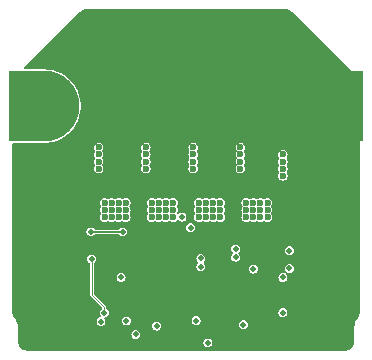
<source format=gbr>
%TF.GenerationSoftware,KiCad,Pcbnew,7.0.8-7.0.8~ubuntu22.04.1*%
%TF.CreationDate,2023-11-12T23:56:43-08:00*%
%TF.ProjectId,driver-tmc2160,64726976-6572-42d7-946d-63323136302e,rev?*%
%TF.SameCoordinates,Original*%
%TF.FileFunction,Copper,L2,Inr*%
%TF.FilePolarity,Positive*%
%FSLAX46Y46*%
G04 Gerber Fmt 4.6, Leading zero omitted, Abs format (unit mm)*
G04 Created by KiCad (PCBNEW 7.0.8-7.0.8~ubuntu22.04.1) date 2023-11-12 23:56:43*
%MOMM*%
%LPD*%
G01*
G04 APERTURE LIST*
G04 Aperture macros list*
%AMFreePoly0*
4,1,31,3.000000,0.000000,2.979715,-0.348279,2.919135,-0.691848,2.819078,-1.026060,2.680898,-1.346398,2.506463,-1.648527,2.298133,-1.928363,2.058725,-2.182121,1.791476,-2.406370,1.500000,-2.598076,1.188239,-2.754648,0.860410,-2.873969,0.520945,-2.954423,0.174434,-2.994924,-0.174434,-2.994924,-0.520945,-2.954423,-0.860410,-2.873969,-1.188239,-2.754648,-1.500000,-2.598076,-1.791476,-2.406370,
-2.058725,-2.182121,-2.298133,-1.928363,-2.506463,-1.648527,-2.680898,-1.346398,-2.819078,-1.026060,-2.919135,-0.691848,-2.979715,-0.348279,-3.000000,0.000000,-3.000000,3.000000,3.000000,3.000000,3.000000,0.000000,3.000000,0.000000,$1*%
G04 Aperture macros list end*
%TA.AperFunction,ComponentPad*%
%ADD10C,0.800000*%
%TD*%
%TA.AperFunction,ComponentPad*%
%ADD11FreePoly0,270.000000*%
%TD*%
%TA.AperFunction,ComponentPad*%
%ADD12FreePoly0,90.000000*%
%TD*%
%TA.AperFunction,ComponentPad*%
%ADD13C,0.500000*%
%TD*%
%TA.AperFunction,ViaPad*%
%ADD14C,0.500000*%
%TD*%
%TA.AperFunction,ViaPad*%
%ADD15C,0.600000*%
%TD*%
%TA.AperFunction,Conductor*%
%ADD16C,0.100000*%
%TD*%
%TA.AperFunction,Conductor*%
%ADD17C,0.150000*%
%TD*%
G04 APERTURE END LIST*
D10*
%TO.N,GND*%
%TO.C,H2*%
X147000000Y-62100000D03*
X148697056Y-62802944D03*
X145302944Y-62802944D03*
X149400000Y-64500000D03*
D11*
X147000000Y-64500000D03*
D10*
X144600000Y-64500000D03*
X148697056Y-66197056D03*
X145302944Y-66197056D03*
X147000000Y-66900000D03*
%TD*%
%TO.N,+48V*%
%TO.C,H1*%
X123000000Y-66900000D03*
X121302944Y-66197056D03*
X124697056Y-66197056D03*
X120600000Y-64500000D03*
D12*
X123000000Y-64500000D03*
D10*
X125400000Y-64500000D03*
X121302944Y-62802944D03*
X124697056Y-62802944D03*
X123000000Y-62100000D03*
%TD*%
D13*
%TO.N,GND*%
%TO.C,U1*%
X130750000Y-78000000D03*
X130750000Y-79125000D03*
X130750000Y-80250000D03*
X130750000Y-81375000D03*
X131875000Y-78000000D03*
X131875000Y-79125000D03*
X131875000Y-80250000D03*
X131875000Y-81375000D03*
X133000000Y-78000000D03*
X133000000Y-79125000D03*
X133000000Y-80250000D03*
X133000000Y-81375000D03*
X134125000Y-78000000D03*
X134125000Y-79125000D03*
X134125000Y-80250000D03*
X134125000Y-81375000D03*
X135250000Y-78000000D03*
X135250000Y-79125000D03*
X135250000Y-80250000D03*
X135250000Y-81375000D03*
%TD*%
D14*
%TO.N,GND*%
X143200000Y-80500000D03*
%TO.N,/Diag0*%
X143750000Y-76750000D03*
%TO.N,/Dir*%
X143200000Y-79000000D03*
%TO.N,/Step*%
X143200000Y-82000000D03*
%TO.N,/Diag1*%
X143750000Y-78250000D03*
%TO.N,VCC*%
X139850000Y-83000000D03*
%TO.N,/Clk*%
X127800000Y-82750000D03*
%TO.N,/SRBL*%
X127000000Y-77450000D03*
%TO.N,GND*%
X138150000Y-84550000D03*
%TO.N,/~{En}*%
X140700000Y-78300000D03*
%TO.N,/~{CS}*%
X129950000Y-82700000D03*
D15*
%TO.N,GND*%
X149300000Y-72500000D03*
D14*
X139800000Y-79000000D03*
X129500000Y-79975000D03*
D15*
X149300000Y-68300000D03*
X120700000Y-72500000D03*
X120700000Y-68300000D03*
X120700000Y-69500000D03*
X120700000Y-70700000D03*
X149300000Y-73700000D03*
X149300000Y-70700000D03*
X149300000Y-69500000D03*
X120700000Y-68900000D03*
X120700000Y-70100000D03*
X120700000Y-73700000D03*
X149300000Y-68900000D03*
D14*
X129725000Y-81250000D03*
D15*
X149300000Y-74900000D03*
D14*
X139025000Y-80650000D03*
D15*
X149300000Y-71300000D03*
X120700000Y-71300000D03*
X120700000Y-71900000D03*
X149300000Y-70100000D03*
X149300000Y-71900000D03*
X149300000Y-74300000D03*
X120700000Y-74900000D03*
X120700000Y-73100000D03*
X149300000Y-73100000D03*
X120700000Y-74300000D03*
D14*
%TO.N,+12V*%
X129500000Y-79000000D03*
D15*
%TO.N,+48V*%
X140100000Y-73300000D03*
X133900000Y-72700000D03*
X129300000Y-73900000D03*
X137900000Y-73300000D03*
X129300000Y-72700000D03*
X137900000Y-73900000D03*
X132100000Y-73900000D03*
X128700000Y-73300000D03*
X128100000Y-73300000D03*
X128700000Y-72700000D03*
X137900000Y-72700000D03*
X137300000Y-73300000D03*
X136700000Y-72700000D03*
X141300000Y-73300000D03*
X129300000Y-73300000D03*
X136100000Y-72700000D03*
X133300000Y-73300000D03*
X129900000Y-73900000D03*
X129900000Y-72700000D03*
X128700000Y-73900000D03*
X137300000Y-72700000D03*
X141300000Y-72700000D03*
X133300000Y-73900000D03*
X141900000Y-72700000D03*
X136100000Y-73300000D03*
X132700000Y-73900000D03*
X132700000Y-72700000D03*
X140700000Y-73900000D03*
X129900000Y-73300000D03*
X136100000Y-73900000D03*
X133900000Y-73900000D03*
X128100000Y-73900000D03*
X140100000Y-72700000D03*
X137300000Y-73900000D03*
X140100000Y-73900000D03*
X132700000Y-73300000D03*
X132100000Y-73300000D03*
X141900000Y-73300000D03*
X133300000Y-72700000D03*
X132100000Y-72700000D03*
X136700000Y-73900000D03*
X140700000Y-73300000D03*
X140700000Y-72700000D03*
X141900000Y-73900000D03*
X141300000Y-73900000D03*
X136700000Y-73300000D03*
X128100000Y-72700000D03*
X133900000Y-73300000D03*
D14*
%TO.N,/SCK*%
X130750000Y-83825000D03*
%TO.N,/SDI*%
X132500000Y-83125000D03*
%TO.N,/SDO*%
X135850000Y-82675000D03*
%TO.N,VCC*%
X136850000Y-84550000D03*
D15*
%TO.N,Net-(Q2-S-Pad1)*%
X127600500Y-68600000D03*
X127600000Y-69200000D03*
X131600500Y-68600000D03*
X131600000Y-69800000D03*
X127600000Y-68000000D03*
X131600000Y-68000000D03*
X131600000Y-69200000D03*
X127600000Y-69800000D03*
D14*
%TO.N,/LB1*%
X129650000Y-75150000D03*
X126950000Y-75150000D03*
D15*
%TO.N,Net-(Q6-S-Pad1)*%
X135600500Y-68600000D03*
X139600000Y-68000000D03*
X143200000Y-68600000D03*
X139600000Y-69800000D03*
X143200000Y-69800000D03*
X135600000Y-69200000D03*
X135600000Y-68000000D03*
X139600500Y-68600000D03*
X143200000Y-69200000D03*
X143200000Y-70400000D03*
X139600000Y-69200000D03*
X135600000Y-69800000D03*
D14*
%TO.N,/LA1*%
X135400000Y-74800000D03*
X134650000Y-73900000D03*
%TO.N,/SRBL*%
X128075000Y-82000000D03*
%TO.N,/SRAH*%
X136250000Y-78100000D03*
X139200000Y-76600000D03*
%TO.N,/SRAL*%
X136250000Y-77400000D03*
X139200000Y-77300000D03*
%TD*%
D16*
%TO.N,/SRBL*%
X127000000Y-77450000D02*
X127050000Y-77500000D01*
X128050000Y-81975000D02*
X128075000Y-82000000D01*
X127050000Y-77500000D02*
X127050000Y-80500000D01*
X127050000Y-80500000D02*
X128050000Y-81500000D01*
X128050000Y-81500000D02*
X128050000Y-81975000D01*
D17*
%TO.N,/LB1*%
X129650000Y-75150000D02*
X126950000Y-75150000D01*
%TD*%
%TA.AperFunction,Conductor*%
%TO.N,GND*%
G36*
X143502424Y-56300739D02*
G01*
X143568798Y-56307276D01*
X143626764Y-56312985D01*
X143645794Y-56316770D01*
X143719273Y-56339059D01*
X143758354Y-56350915D01*
X143776285Y-56358342D01*
X143880022Y-56413791D01*
X143896158Y-56424573D01*
X143992735Y-56503831D01*
X143996335Y-56507094D01*
X144027833Y-56538590D01*
X149490023Y-62000781D01*
X149492904Y-62003663D01*
X149496168Y-62007265D01*
X149575426Y-62103841D01*
X149586208Y-62119977D01*
X149641657Y-62223714D01*
X149649084Y-62241645D01*
X149683228Y-62354203D01*
X149687014Y-62373237D01*
X149699261Y-62497575D01*
X149699500Y-62502430D01*
X149699500Y-81997571D01*
X149699262Y-82002417D01*
X149687059Y-82126539D01*
X149683286Y-82145541D01*
X149649260Y-82257920D01*
X149641859Y-82275823D01*
X149589282Y-82374394D01*
X149579197Y-82389696D01*
X149533712Y-82446476D01*
X149533709Y-82446481D01*
X149424691Y-82619215D01*
X149424685Y-82619225D01*
X149335776Y-82803092D01*
X149268083Y-82995807D01*
X149268079Y-82995820D01*
X149222471Y-83194903D01*
X149222470Y-83194910D01*
X149199521Y-83397866D01*
X149199512Y-83435057D01*
X149199500Y-83435205D01*
X149199500Y-84497569D01*
X149199261Y-84502424D01*
X149187014Y-84626762D01*
X149183228Y-84645796D01*
X149149084Y-84758354D01*
X149141657Y-84776285D01*
X149086208Y-84880022D01*
X149075426Y-84896158D01*
X149000806Y-84987083D01*
X148987083Y-85000806D01*
X148896159Y-85075426D01*
X148880023Y-85086208D01*
X148776286Y-85141657D01*
X148758355Y-85149084D01*
X148645796Y-85183228D01*
X148626763Y-85187014D01*
X148502426Y-85199261D01*
X148497571Y-85199500D01*
X121502430Y-85199500D01*
X121497575Y-85199261D01*
X121373237Y-85187014D01*
X121354203Y-85183228D01*
X121241645Y-85149084D01*
X121223714Y-85141657D01*
X121119977Y-85086208D01*
X121103841Y-85075426D01*
X121012916Y-85000806D01*
X120999193Y-84987083D01*
X120924573Y-84896158D01*
X120913791Y-84880022D01*
X120858342Y-84776285D01*
X120850915Y-84758354D01*
X120816771Y-84645796D01*
X120812985Y-84626762D01*
X120810581Y-84602351D01*
X120805425Y-84550000D01*
X136469819Y-84550000D01*
X136478110Y-84602351D01*
X136488426Y-84667481D01*
X136488428Y-84667488D01*
X136542425Y-84773462D01*
X136542427Y-84773465D01*
X136626535Y-84857573D01*
X136626537Y-84857574D01*
X136732511Y-84911571D01*
X136732513Y-84911571D01*
X136732518Y-84911574D01*
X136850000Y-84930181D01*
X136967482Y-84911574D01*
X137073465Y-84857573D01*
X137157573Y-84773465D01*
X137211574Y-84667482D01*
X137230181Y-84550000D01*
X137211574Y-84432518D01*
X137211571Y-84432513D01*
X137211571Y-84432511D01*
X137157574Y-84326537D01*
X137157573Y-84326535D01*
X137073465Y-84242427D01*
X137073462Y-84242425D01*
X136967488Y-84188428D01*
X136967483Y-84188426D01*
X136967482Y-84188426D01*
X136850000Y-84169819D01*
X136732518Y-84188426D01*
X136732511Y-84188428D01*
X136626537Y-84242425D01*
X136542425Y-84326537D01*
X136488428Y-84432511D01*
X136488426Y-84432518D01*
X136469819Y-84550000D01*
X120805425Y-84550000D01*
X120800737Y-84502409D01*
X120800500Y-84497568D01*
X120800500Y-83825000D01*
X130369819Y-83825000D01*
X130388426Y-83942481D01*
X130388428Y-83942488D01*
X130442425Y-84048462D01*
X130442427Y-84048465D01*
X130526535Y-84132573D01*
X130526537Y-84132574D01*
X130632511Y-84186571D01*
X130632513Y-84186571D01*
X130632518Y-84186574D01*
X130750000Y-84205181D01*
X130867482Y-84186574D01*
X130973465Y-84132573D01*
X131057573Y-84048465D01*
X131111574Y-83942482D01*
X131130181Y-83825000D01*
X131111574Y-83707518D01*
X131111571Y-83707513D01*
X131111571Y-83707511D01*
X131057574Y-83601537D01*
X131057573Y-83601535D01*
X130973465Y-83517427D01*
X130973462Y-83517425D01*
X130867488Y-83463428D01*
X130867483Y-83463426D01*
X130867482Y-83463426D01*
X130750000Y-83444819D01*
X130632518Y-83463426D01*
X130632511Y-83463428D01*
X130526537Y-83517425D01*
X130442425Y-83601537D01*
X130388428Y-83707511D01*
X130388426Y-83707518D01*
X130369819Y-83824999D01*
X130369819Y-83825000D01*
X120800500Y-83825000D01*
X120800500Y-83469918D01*
X120800491Y-83469738D01*
X120800477Y-83397872D01*
X120777527Y-83194911D01*
X120777527Y-83194910D01*
X120777526Y-83194904D01*
X120731918Y-82995821D01*
X120731915Y-82995812D01*
X120664224Y-82803101D01*
X120630011Y-82732346D01*
X120575308Y-82619216D01*
X120485256Y-82476535D01*
X120466290Y-82446485D01*
X120420805Y-82389704D01*
X120410730Y-82374417D01*
X120358140Y-82275820D01*
X120350740Y-82257920D01*
X120316714Y-82145541D01*
X120312942Y-82126543D01*
X120306024Y-82056173D01*
X120300738Y-82002406D01*
X120300500Y-81997560D01*
X120300500Y-77450000D01*
X126619819Y-77450000D01*
X126638426Y-77567481D01*
X126638428Y-77567488D01*
X126686368Y-77661574D01*
X126692427Y-77673465D01*
X126776535Y-77757573D01*
X126845447Y-77792685D01*
X126888709Y-77835947D01*
X126899500Y-77880893D01*
X126899500Y-80540329D01*
X126903237Y-80546800D01*
X126913129Y-80570680D01*
X126915064Y-80577903D01*
X126915064Y-80577904D01*
X126986006Y-80648847D01*
X126986020Y-80648859D01*
X127870504Y-81533343D01*
X127898281Y-81587860D01*
X127899500Y-81603347D01*
X127899500Y-81607320D01*
X127880593Y-81665511D01*
X127856540Y-81686060D01*
X127857839Y-81687847D01*
X127851537Y-81692425D01*
X127767425Y-81776537D01*
X127713428Y-81882511D01*
X127713426Y-81882518D01*
X127694819Y-81999999D01*
X127694819Y-82000000D01*
X127713426Y-82117481D01*
X127713428Y-82117488D01*
X127767425Y-82223462D01*
X127771190Y-82228644D01*
X127790096Y-82286835D01*
X127771187Y-82345026D01*
X127721686Y-82380988D01*
X127706585Y-82384614D01*
X127682517Y-82388426D01*
X127682511Y-82388428D01*
X127576537Y-82442425D01*
X127492425Y-82526537D01*
X127438428Y-82632511D01*
X127438426Y-82632518D01*
X127419819Y-82749999D01*
X127419819Y-82750000D01*
X127438426Y-82867481D01*
X127438428Y-82867488D01*
X127492425Y-82973462D01*
X127492427Y-82973465D01*
X127576535Y-83057573D01*
X127576537Y-83057574D01*
X127682511Y-83111571D01*
X127682513Y-83111571D01*
X127682518Y-83111574D01*
X127800000Y-83130181D01*
X127832712Y-83125000D01*
X132119819Y-83125000D01*
X132130891Y-83194910D01*
X132138426Y-83242481D01*
X132138428Y-83242488D01*
X132192425Y-83348462D01*
X132192427Y-83348465D01*
X132276535Y-83432573D01*
X132276537Y-83432574D01*
X132382511Y-83486571D01*
X132382513Y-83486571D01*
X132382518Y-83486574D01*
X132500000Y-83505181D01*
X132617482Y-83486574D01*
X132723465Y-83432573D01*
X132807573Y-83348465D01*
X132861574Y-83242482D01*
X132880181Y-83125000D01*
X132861574Y-83007518D01*
X132861571Y-83007513D01*
X132861571Y-83007511D01*
X132807574Y-82901537D01*
X132807573Y-82901535D01*
X132723465Y-82817427D01*
X132723462Y-82817425D01*
X132617488Y-82763428D01*
X132617483Y-82763426D01*
X132617482Y-82763426D01*
X132500000Y-82744819D01*
X132382518Y-82763426D01*
X132382511Y-82763428D01*
X132276537Y-82817425D01*
X132192425Y-82901537D01*
X132138428Y-83007511D01*
X132138426Y-83007518D01*
X132121946Y-83111573D01*
X132119819Y-83125000D01*
X127832712Y-83125000D01*
X127917482Y-83111574D01*
X128023465Y-83057573D01*
X128107573Y-82973465D01*
X128161574Y-82867482D01*
X128180181Y-82750000D01*
X128179360Y-82744819D01*
X128172262Y-82700000D01*
X129569819Y-82700000D01*
X129584467Y-82792488D01*
X129588426Y-82817481D01*
X129588428Y-82817488D01*
X129631253Y-82901535D01*
X129642427Y-82923465D01*
X129726535Y-83007573D01*
X129726537Y-83007574D01*
X129832511Y-83061571D01*
X129832513Y-83061571D01*
X129832518Y-83061574D01*
X129950000Y-83080181D01*
X130067482Y-83061574D01*
X130173465Y-83007573D01*
X130257573Y-82923465D01*
X130311574Y-82817482D01*
X130330181Y-82700000D01*
X130326221Y-82675000D01*
X135469819Y-82675000D01*
X135483973Y-82764369D01*
X135488426Y-82792481D01*
X135488428Y-82792488D01*
X135542425Y-82898462D01*
X135542427Y-82898465D01*
X135626535Y-82982573D01*
X135626537Y-82982574D01*
X135732511Y-83036571D01*
X135732513Y-83036571D01*
X135732518Y-83036574D01*
X135850000Y-83055181D01*
X135967482Y-83036574D01*
X136039263Y-83000000D01*
X139469819Y-83000000D01*
X139475611Y-83036573D01*
X139488426Y-83117481D01*
X139488428Y-83117488D01*
X139542425Y-83223462D01*
X139542427Y-83223465D01*
X139626535Y-83307573D01*
X139626537Y-83307574D01*
X139732511Y-83361571D01*
X139732513Y-83361571D01*
X139732518Y-83361574D01*
X139850000Y-83380181D01*
X139967482Y-83361574D01*
X140073465Y-83307573D01*
X140157573Y-83223465D01*
X140211574Y-83117482D01*
X140230181Y-83000000D01*
X140211574Y-82882518D01*
X140211571Y-82882513D01*
X140211571Y-82882511D01*
X140157574Y-82776537D01*
X140157573Y-82776535D01*
X140073465Y-82692427D01*
X140073462Y-82692425D01*
X139967488Y-82638428D01*
X139967483Y-82638426D01*
X139967482Y-82638426D01*
X139850000Y-82619819D01*
X139732518Y-82638426D01*
X139732511Y-82638428D01*
X139626537Y-82692425D01*
X139542425Y-82776537D01*
X139488428Y-82882511D01*
X139488426Y-82882518D01*
X139469819Y-83000000D01*
X136039263Y-83000000D01*
X136073465Y-82982573D01*
X136157573Y-82898465D01*
X136211574Y-82792482D01*
X136230181Y-82675000D01*
X136211574Y-82557518D01*
X136211571Y-82557513D01*
X136211571Y-82557511D01*
X136157574Y-82451537D01*
X136157573Y-82451535D01*
X136073465Y-82367427D01*
X136073462Y-82367425D01*
X135967488Y-82313428D01*
X135967483Y-82313426D01*
X135967482Y-82313426D01*
X135850000Y-82294819D01*
X135732518Y-82313426D01*
X135732511Y-82313428D01*
X135626537Y-82367425D01*
X135542425Y-82451537D01*
X135488428Y-82557511D01*
X135488426Y-82557518D01*
X135469819Y-82675000D01*
X130326221Y-82675000D01*
X130311574Y-82582518D01*
X130311571Y-82582513D01*
X130311571Y-82582511D01*
X130257574Y-82476537D01*
X130257573Y-82476535D01*
X130173465Y-82392427D01*
X130173462Y-82392425D01*
X130067488Y-82338428D01*
X130067483Y-82338426D01*
X130067482Y-82338426D01*
X129950000Y-82319819D01*
X129832518Y-82338426D01*
X129832511Y-82338428D01*
X129726537Y-82392425D01*
X129642425Y-82476537D01*
X129588428Y-82582511D01*
X129588426Y-82582518D01*
X129573779Y-82675000D01*
X129569819Y-82700000D01*
X128172262Y-82700000D01*
X128161574Y-82632518D01*
X128161571Y-82632513D01*
X128161571Y-82632511D01*
X128107574Y-82526537D01*
X128103810Y-82521356D01*
X128084903Y-82463165D01*
X128103811Y-82404975D01*
X128153311Y-82369011D01*
X128168411Y-82365386D01*
X128192482Y-82361574D01*
X128298465Y-82307573D01*
X128382573Y-82223465D01*
X128436574Y-82117482D01*
X128455181Y-82000000D01*
X142819819Y-82000000D01*
X142838426Y-82117481D01*
X142838428Y-82117488D01*
X142892425Y-82223462D01*
X142892427Y-82223465D01*
X142976535Y-82307573D01*
X142976537Y-82307574D01*
X143082511Y-82361571D01*
X143082513Y-82361571D01*
X143082518Y-82361574D01*
X143200000Y-82380181D01*
X143317482Y-82361574D01*
X143423465Y-82307573D01*
X143507573Y-82223465D01*
X143561574Y-82117482D01*
X143580181Y-82000000D01*
X143561574Y-81882518D01*
X143561571Y-81882513D01*
X143561571Y-81882511D01*
X143507574Y-81776537D01*
X143507573Y-81776535D01*
X143423465Y-81692427D01*
X143423462Y-81692425D01*
X143317488Y-81638428D01*
X143317483Y-81638426D01*
X143317482Y-81638426D01*
X143200000Y-81619819D01*
X143082518Y-81638426D01*
X143082511Y-81638428D01*
X142976537Y-81692425D01*
X142892425Y-81776537D01*
X142838428Y-81882511D01*
X142838426Y-81882518D01*
X142819819Y-81999999D01*
X142819819Y-82000000D01*
X128455181Y-82000000D01*
X128436574Y-81882518D01*
X128436571Y-81882513D01*
X128436571Y-81882511D01*
X128382574Y-81776537D01*
X128382573Y-81776535D01*
X128298465Y-81692427D01*
X128254554Y-81670053D01*
X128211290Y-81626788D01*
X128200500Y-81581844D01*
X128200500Y-81459675D01*
X128200500Y-81459673D01*
X128196762Y-81453199D01*
X128186869Y-81429314D01*
X128184935Y-81422096D01*
X128122262Y-81359422D01*
X127229496Y-80466657D01*
X127201719Y-80412140D01*
X127200500Y-80396653D01*
X127200500Y-79000000D01*
X129119819Y-79000000D01*
X129138426Y-79117481D01*
X129138428Y-79117488D01*
X129192425Y-79223462D01*
X129192427Y-79223465D01*
X129276535Y-79307573D01*
X129276537Y-79307574D01*
X129382511Y-79361571D01*
X129382513Y-79361571D01*
X129382518Y-79361574D01*
X129500000Y-79380181D01*
X129617482Y-79361574D01*
X129723465Y-79307573D01*
X129807573Y-79223465D01*
X129861574Y-79117482D01*
X129880181Y-79000000D01*
X142819819Y-79000000D01*
X142838426Y-79117481D01*
X142838428Y-79117488D01*
X142892425Y-79223462D01*
X142892427Y-79223465D01*
X142976535Y-79307573D01*
X142976537Y-79307574D01*
X143082511Y-79361571D01*
X143082513Y-79361571D01*
X143082518Y-79361574D01*
X143200000Y-79380181D01*
X143317482Y-79361574D01*
X143423465Y-79307573D01*
X143507573Y-79223465D01*
X143561574Y-79117482D01*
X143580181Y-79000000D01*
X143561574Y-78882518D01*
X143561571Y-78882513D01*
X143561571Y-78882511D01*
X143507574Y-78776537D01*
X143507573Y-78776535D01*
X143483427Y-78752389D01*
X143455652Y-78697875D01*
X143465223Y-78637443D01*
X143508488Y-78594178D01*
X143568920Y-78584607D01*
X143598377Y-78594178D01*
X143632518Y-78611574D01*
X143750000Y-78630181D01*
X143867482Y-78611574D01*
X143973465Y-78557573D01*
X144057573Y-78473465D01*
X144111574Y-78367482D01*
X144130181Y-78250000D01*
X144111574Y-78132518D01*
X144111571Y-78132513D01*
X144111571Y-78132511D01*
X144057574Y-78026537D01*
X144057573Y-78026535D01*
X143973465Y-77942427D01*
X143973462Y-77942425D01*
X143867488Y-77888428D01*
X143867483Y-77888426D01*
X143867482Y-77888426D01*
X143750000Y-77869819D01*
X143632518Y-77888426D01*
X143632511Y-77888428D01*
X143526537Y-77942425D01*
X143442425Y-78026537D01*
X143388428Y-78132511D01*
X143388426Y-78132518D01*
X143369819Y-78249999D01*
X143369819Y-78250000D01*
X143388426Y-78367481D01*
X143388428Y-78367488D01*
X143436368Y-78461574D01*
X143442427Y-78473465D01*
X143466571Y-78497609D01*
X143494347Y-78552124D01*
X143484776Y-78612556D01*
X143441511Y-78655821D01*
X143381079Y-78665392D01*
X143351621Y-78655820D01*
X143317488Y-78638428D01*
X143317483Y-78638426D01*
X143317482Y-78638426D01*
X143200000Y-78619819D01*
X143082518Y-78638426D01*
X143082511Y-78638428D01*
X142976537Y-78692425D01*
X142892425Y-78776537D01*
X142838428Y-78882511D01*
X142838426Y-78882518D01*
X142819819Y-78999999D01*
X142819819Y-79000000D01*
X129880181Y-79000000D01*
X129861574Y-78882518D01*
X129861571Y-78882513D01*
X129861571Y-78882511D01*
X129807574Y-78776537D01*
X129807573Y-78776535D01*
X129723465Y-78692427D01*
X129723462Y-78692425D01*
X129617488Y-78638428D01*
X129617483Y-78638426D01*
X129617482Y-78638426D01*
X129500000Y-78619819D01*
X129382518Y-78638426D01*
X129382511Y-78638428D01*
X129276537Y-78692425D01*
X129192425Y-78776537D01*
X129138428Y-78882511D01*
X129138426Y-78882518D01*
X129119819Y-78999999D01*
X129119819Y-79000000D01*
X127200500Y-79000000D01*
X127200500Y-78100000D01*
X135869819Y-78100000D01*
X135888426Y-78217481D01*
X135888428Y-78217488D01*
X135942425Y-78323462D01*
X135942427Y-78323465D01*
X136026535Y-78407573D01*
X136026537Y-78407574D01*
X136132511Y-78461571D01*
X136132513Y-78461571D01*
X136132518Y-78461574D01*
X136250000Y-78480181D01*
X136367482Y-78461574D01*
X136473465Y-78407573D01*
X136557573Y-78323465D01*
X136569529Y-78300000D01*
X140319819Y-78300000D01*
X140338426Y-78417481D01*
X140338428Y-78417488D01*
X140392425Y-78523462D01*
X140392427Y-78523465D01*
X140476535Y-78607573D01*
X140476537Y-78607574D01*
X140582511Y-78661571D01*
X140582513Y-78661571D01*
X140582518Y-78661574D01*
X140700000Y-78680181D01*
X140817482Y-78661574D01*
X140923465Y-78607573D01*
X141007573Y-78523465D01*
X141061574Y-78417482D01*
X141080181Y-78300000D01*
X141061574Y-78182518D01*
X141061571Y-78182513D01*
X141061571Y-78182511D01*
X141007574Y-78076537D01*
X141007573Y-78076535D01*
X140923465Y-77992427D01*
X140923462Y-77992425D01*
X140817488Y-77938428D01*
X140817483Y-77938426D01*
X140817482Y-77938426D01*
X140700000Y-77919819D01*
X140582518Y-77938426D01*
X140582511Y-77938428D01*
X140476537Y-77992425D01*
X140392425Y-78076537D01*
X140338428Y-78182511D01*
X140338426Y-78182518D01*
X140319819Y-78299999D01*
X140319819Y-78300000D01*
X136569529Y-78300000D01*
X136611574Y-78217482D01*
X136630181Y-78100000D01*
X136611574Y-77982518D01*
X136611571Y-77982513D01*
X136611571Y-77982511D01*
X136557574Y-77876537D01*
X136557573Y-77876535D01*
X136501039Y-77820001D01*
X136473264Y-77765487D01*
X136482835Y-77705055D01*
X136501038Y-77679999D01*
X136557573Y-77623465D01*
X136611574Y-77517482D01*
X136630181Y-77400000D01*
X136614343Y-77300000D01*
X138819819Y-77300000D01*
X138838426Y-77417481D01*
X138838428Y-77417488D01*
X138892425Y-77523462D01*
X138892427Y-77523465D01*
X138976535Y-77607573D01*
X138976537Y-77607574D01*
X139082511Y-77661571D01*
X139082513Y-77661571D01*
X139082518Y-77661574D01*
X139200000Y-77680181D01*
X139317482Y-77661574D01*
X139423465Y-77607573D01*
X139507573Y-77523465D01*
X139561574Y-77417482D01*
X139580181Y-77300000D01*
X139561574Y-77182518D01*
X139561571Y-77182513D01*
X139561571Y-77182511D01*
X139507574Y-77076537D01*
X139507573Y-77076535D01*
X139451039Y-77020001D01*
X139423264Y-76965487D01*
X139432835Y-76905055D01*
X139451038Y-76879999D01*
X139507573Y-76823465D01*
X139545005Y-76750000D01*
X143369819Y-76750000D01*
X143388426Y-76867481D01*
X143388428Y-76867488D01*
X143442425Y-76973462D01*
X143442427Y-76973465D01*
X143526535Y-77057573D01*
X143526537Y-77057574D01*
X143632511Y-77111571D01*
X143632513Y-77111571D01*
X143632518Y-77111574D01*
X143750000Y-77130181D01*
X143867482Y-77111574D01*
X143973465Y-77057573D01*
X144057573Y-76973465D01*
X144111574Y-76867482D01*
X144130181Y-76750000D01*
X144111574Y-76632518D01*
X144111571Y-76632513D01*
X144111571Y-76632511D01*
X144057574Y-76526537D01*
X144057573Y-76526535D01*
X143973465Y-76442427D01*
X143973462Y-76442425D01*
X143867488Y-76388428D01*
X143867483Y-76388426D01*
X143867482Y-76388426D01*
X143750000Y-76369819D01*
X143632518Y-76388426D01*
X143632511Y-76388428D01*
X143526537Y-76442425D01*
X143442425Y-76526537D01*
X143388428Y-76632511D01*
X143388426Y-76632518D01*
X143369819Y-76749999D01*
X143369819Y-76750000D01*
X139545005Y-76750000D01*
X139561574Y-76717482D01*
X139580181Y-76600000D01*
X139561574Y-76482518D01*
X139561571Y-76482513D01*
X139561571Y-76482511D01*
X139507574Y-76376537D01*
X139507573Y-76376535D01*
X139423465Y-76292427D01*
X139423462Y-76292425D01*
X139317488Y-76238428D01*
X139317483Y-76238426D01*
X139317482Y-76238426D01*
X139200000Y-76219819D01*
X139082518Y-76238426D01*
X139082511Y-76238428D01*
X138976537Y-76292425D01*
X138892425Y-76376537D01*
X138838428Y-76482511D01*
X138838426Y-76482518D01*
X138819819Y-76599999D01*
X138819819Y-76600000D01*
X138838426Y-76717481D01*
X138838428Y-76717488D01*
X138892425Y-76823462D01*
X138892427Y-76823465D01*
X138948960Y-76879998D01*
X138976736Y-76934513D01*
X138967165Y-76994945D01*
X138948961Y-77020000D01*
X138911389Y-77057573D01*
X138892425Y-77076537D01*
X138838428Y-77182511D01*
X138838426Y-77182518D01*
X138819819Y-77299999D01*
X138819819Y-77300000D01*
X136614343Y-77300000D01*
X136611574Y-77282518D01*
X136611571Y-77282513D01*
X136611571Y-77282511D01*
X136557574Y-77176537D01*
X136557573Y-77176535D01*
X136473465Y-77092427D01*
X136473462Y-77092425D01*
X136367488Y-77038428D01*
X136367483Y-77038426D01*
X136367482Y-77038426D01*
X136250000Y-77019819D01*
X136132518Y-77038426D01*
X136132511Y-77038428D01*
X136026537Y-77092425D01*
X135942425Y-77176537D01*
X135888428Y-77282511D01*
X135888426Y-77282518D01*
X135869819Y-77399999D01*
X135869819Y-77400000D01*
X135888426Y-77517481D01*
X135888428Y-77517488D01*
X135934330Y-77607574D01*
X135942427Y-77623465D01*
X135998960Y-77679998D01*
X136026736Y-77734513D01*
X136017165Y-77794945D01*
X135998961Y-77820000D01*
X135949143Y-77869819D01*
X135942425Y-77876537D01*
X135888428Y-77982511D01*
X135888426Y-77982518D01*
X135869819Y-78099999D01*
X135869819Y-78100000D01*
X127200500Y-78100000D01*
X127200500Y-77821545D01*
X127219407Y-77763354D01*
X127229490Y-77751547D01*
X127307573Y-77673465D01*
X127361574Y-77567482D01*
X127380181Y-77450000D01*
X127361574Y-77332518D01*
X127361571Y-77332513D01*
X127361571Y-77332511D01*
X127307574Y-77226537D01*
X127307573Y-77226535D01*
X127223465Y-77142427D01*
X127223462Y-77142425D01*
X127117488Y-77088428D01*
X127117483Y-77088426D01*
X127117482Y-77088426D01*
X127000000Y-77069819D01*
X126882518Y-77088426D01*
X126882511Y-77088428D01*
X126776537Y-77142425D01*
X126692425Y-77226537D01*
X126638428Y-77332511D01*
X126638426Y-77332518D01*
X126619819Y-77449999D01*
X126619819Y-77450000D01*
X120300500Y-77450000D01*
X120300500Y-75150000D01*
X126569819Y-75150000D01*
X126588426Y-75267481D01*
X126588428Y-75267488D01*
X126639877Y-75368461D01*
X126642427Y-75373465D01*
X126726535Y-75457573D01*
X126726537Y-75457574D01*
X126832511Y-75511571D01*
X126832513Y-75511571D01*
X126832518Y-75511574D01*
X126950000Y-75530181D01*
X127067482Y-75511574D01*
X127173465Y-75457573D01*
X127257573Y-75373465D01*
X127257576Y-75373460D01*
X127262155Y-75367159D01*
X127264885Y-75369142D01*
X127297725Y-75336295D01*
X127342680Y-75325500D01*
X129257320Y-75325500D01*
X129315511Y-75344407D01*
X129336052Y-75368461D01*
X129337845Y-75367159D01*
X129342423Y-75373460D01*
X129342425Y-75373462D01*
X129342427Y-75373465D01*
X129426535Y-75457573D01*
X129426537Y-75457574D01*
X129532511Y-75511571D01*
X129532513Y-75511571D01*
X129532518Y-75511574D01*
X129650000Y-75530181D01*
X129767482Y-75511574D01*
X129873465Y-75457573D01*
X129957573Y-75373465D01*
X130011574Y-75267482D01*
X130030181Y-75150000D01*
X130011574Y-75032518D01*
X130011571Y-75032513D01*
X130011571Y-75032511D01*
X129957574Y-74926537D01*
X129957573Y-74926535D01*
X129873465Y-74842427D01*
X129873462Y-74842425D01*
X129790199Y-74800000D01*
X135019819Y-74800000D01*
X135038426Y-74917481D01*
X135038428Y-74917488D01*
X135092425Y-75023462D01*
X135092427Y-75023465D01*
X135176535Y-75107573D01*
X135176537Y-75107574D01*
X135282511Y-75161571D01*
X135282513Y-75161571D01*
X135282518Y-75161574D01*
X135400000Y-75180181D01*
X135517482Y-75161574D01*
X135623465Y-75107573D01*
X135707573Y-75023465D01*
X135761574Y-74917482D01*
X135780181Y-74800000D01*
X135761574Y-74682518D01*
X135761571Y-74682513D01*
X135761571Y-74682511D01*
X135707574Y-74576537D01*
X135707573Y-74576535D01*
X135623465Y-74492427D01*
X135623462Y-74492425D01*
X135517488Y-74438428D01*
X135517483Y-74438426D01*
X135517482Y-74438426D01*
X135400000Y-74419819D01*
X135282518Y-74438426D01*
X135282511Y-74438428D01*
X135176537Y-74492425D01*
X135092425Y-74576537D01*
X135038428Y-74682511D01*
X135038426Y-74682518D01*
X135019819Y-74799999D01*
X135019819Y-74800000D01*
X129790199Y-74800000D01*
X129767488Y-74788428D01*
X129767483Y-74788426D01*
X129767482Y-74788426D01*
X129650000Y-74769819D01*
X129532518Y-74788426D01*
X129532511Y-74788428D01*
X129426537Y-74842425D01*
X129342423Y-74926539D01*
X129337845Y-74932841D01*
X129335114Y-74930857D01*
X129302275Y-74963705D01*
X129257320Y-74974500D01*
X127342680Y-74974500D01*
X127284489Y-74955593D01*
X127263947Y-74931538D01*
X127262155Y-74932841D01*
X127257576Y-74926539D01*
X127257574Y-74926537D01*
X127257573Y-74926535D01*
X127173465Y-74842427D01*
X127173462Y-74842425D01*
X127067488Y-74788428D01*
X127067483Y-74788426D01*
X127067482Y-74788426D01*
X126950000Y-74769819D01*
X126832518Y-74788426D01*
X126832511Y-74788428D01*
X126726537Y-74842425D01*
X126642425Y-74926537D01*
X126588428Y-75032511D01*
X126588426Y-75032518D01*
X126569819Y-75149999D01*
X126569819Y-75150000D01*
X120300500Y-75150000D01*
X120300500Y-73900000D01*
X127694508Y-73900000D01*
X127712344Y-74012616D01*
X127714354Y-74025303D01*
X127714355Y-74025307D01*
X127760536Y-74115941D01*
X127771950Y-74138342D01*
X127861658Y-74228050D01*
X127974696Y-74285646D01*
X128100000Y-74305492D01*
X128225304Y-74285646D01*
X128338342Y-74228050D01*
X128338348Y-74228043D01*
X128341810Y-74225530D01*
X128400000Y-74206623D01*
X128458190Y-74225530D01*
X128461654Y-74228046D01*
X128461658Y-74228050D01*
X128574696Y-74285646D01*
X128700000Y-74305492D01*
X128825304Y-74285646D01*
X128938342Y-74228050D01*
X128938348Y-74228043D01*
X128941810Y-74225530D01*
X129000000Y-74206623D01*
X129058190Y-74225530D01*
X129061654Y-74228046D01*
X129061658Y-74228050D01*
X129174696Y-74285646D01*
X129300000Y-74305492D01*
X129425304Y-74285646D01*
X129538342Y-74228050D01*
X129538348Y-74228043D01*
X129541810Y-74225530D01*
X129600000Y-74206623D01*
X129658190Y-74225530D01*
X129661654Y-74228046D01*
X129661658Y-74228050D01*
X129774696Y-74285646D01*
X129900000Y-74305492D01*
X130025304Y-74285646D01*
X130138342Y-74228050D01*
X130228050Y-74138342D01*
X130285646Y-74025304D01*
X130305492Y-73900000D01*
X131694508Y-73900000D01*
X131712344Y-74012616D01*
X131714354Y-74025303D01*
X131714355Y-74025307D01*
X131760536Y-74115941D01*
X131771950Y-74138342D01*
X131861658Y-74228050D01*
X131974696Y-74285646D01*
X132100000Y-74305492D01*
X132225304Y-74285646D01*
X132338342Y-74228050D01*
X132338348Y-74228043D01*
X132341810Y-74225530D01*
X132400000Y-74206623D01*
X132458190Y-74225530D01*
X132461654Y-74228046D01*
X132461658Y-74228050D01*
X132574696Y-74285646D01*
X132700000Y-74305492D01*
X132825304Y-74285646D01*
X132938342Y-74228050D01*
X132938348Y-74228043D01*
X132941810Y-74225530D01*
X133000000Y-74206623D01*
X133058190Y-74225530D01*
X133061654Y-74228046D01*
X133061658Y-74228050D01*
X133174696Y-74285646D01*
X133300000Y-74305492D01*
X133425304Y-74285646D01*
X133538342Y-74228050D01*
X133538348Y-74228043D01*
X133541810Y-74225530D01*
X133600000Y-74206623D01*
X133658190Y-74225530D01*
X133661654Y-74228046D01*
X133661658Y-74228050D01*
X133774696Y-74285646D01*
X133900000Y-74305492D01*
X134025304Y-74285646D01*
X134138342Y-74228050D01*
X134222675Y-74143716D01*
X134277190Y-74115941D01*
X134337622Y-74125512D01*
X134362677Y-74143715D01*
X134426535Y-74207573D01*
X134426537Y-74207574D01*
X134532511Y-74261571D01*
X134532513Y-74261571D01*
X134532518Y-74261574D01*
X134650000Y-74280181D01*
X134767482Y-74261574D01*
X134873465Y-74207573D01*
X134957573Y-74123465D01*
X135007587Y-74025307D01*
X135011571Y-74017488D01*
X135011571Y-74017487D01*
X135011574Y-74017482D01*
X135030181Y-73900000D01*
X135694508Y-73900000D01*
X135712344Y-74012616D01*
X135714354Y-74025303D01*
X135714355Y-74025307D01*
X135760536Y-74115941D01*
X135771950Y-74138342D01*
X135861658Y-74228050D01*
X135974696Y-74285646D01*
X136100000Y-74305492D01*
X136225304Y-74285646D01*
X136338342Y-74228050D01*
X136338348Y-74228043D01*
X136341810Y-74225530D01*
X136400000Y-74206623D01*
X136458190Y-74225530D01*
X136461654Y-74228046D01*
X136461658Y-74228050D01*
X136574696Y-74285646D01*
X136700000Y-74305492D01*
X136825304Y-74285646D01*
X136938342Y-74228050D01*
X136938348Y-74228043D01*
X136941810Y-74225530D01*
X137000000Y-74206623D01*
X137058190Y-74225530D01*
X137061654Y-74228046D01*
X137061658Y-74228050D01*
X137174696Y-74285646D01*
X137300000Y-74305492D01*
X137425304Y-74285646D01*
X137538342Y-74228050D01*
X137538348Y-74228043D01*
X137541810Y-74225530D01*
X137600000Y-74206623D01*
X137658190Y-74225530D01*
X137661654Y-74228046D01*
X137661658Y-74228050D01*
X137774696Y-74285646D01*
X137900000Y-74305492D01*
X138025304Y-74285646D01*
X138138342Y-74228050D01*
X138228050Y-74138342D01*
X138285646Y-74025304D01*
X138305492Y-73900000D01*
X139694508Y-73900000D01*
X139712344Y-74012616D01*
X139714354Y-74025303D01*
X139714355Y-74025307D01*
X139760536Y-74115941D01*
X139771950Y-74138342D01*
X139861658Y-74228050D01*
X139974696Y-74285646D01*
X140100000Y-74305492D01*
X140225304Y-74285646D01*
X140338342Y-74228050D01*
X140338348Y-74228043D01*
X140341810Y-74225530D01*
X140400000Y-74206623D01*
X140458190Y-74225530D01*
X140461654Y-74228046D01*
X140461658Y-74228050D01*
X140574696Y-74285646D01*
X140700000Y-74305492D01*
X140825304Y-74285646D01*
X140938342Y-74228050D01*
X140938348Y-74228043D01*
X140941810Y-74225530D01*
X141000000Y-74206623D01*
X141058190Y-74225530D01*
X141061654Y-74228046D01*
X141061658Y-74228050D01*
X141174696Y-74285646D01*
X141300000Y-74305492D01*
X141425304Y-74285646D01*
X141538342Y-74228050D01*
X141538348Y-74228043D01*
X141541810Y-74225530D01*
X141600000Y-74206623D01*
X141658190Y-74225530D01*
X141661654Y-74228046D01*
X141661658Y-74228050D01*
X141774696Y-74285646D01*
X141900000Y-74305492D01*
X142025304Y-74285646D01*
X142138342Y-74228050D01*
X142228050Y-74138342D01*
X142285646Y-74025304D01*
X142305492Y-73900000D01*
X142285646Y-73774696D01*
X142228050Y-73661658D01*
X142228046Y-73661654D01*
X142225530Y-73658190D01*
X142206623Y-73600000D01*
X142225530Y-73541810D01*
X142228043Y-73538348D01*
X142228050Y-73538342D01*
X142285646Y-73425304D01*
X142305492Y-73300000D01*
X142285646Y-73174696D01*
X142228050Y-73061658D01*
X142228046Y-73061654D01*
X142225530Y-73058190D01*
X142206623Y-73000000D01*
X142225530Y-72941810D01*
X142228043Y-72938348D01*
X142228050Y-72938342D01*
X142285646Y-72825304D01*
X142305492Y-72700000D01*
X142285646Y-72574696D01*
X142228050Y-72461658D01*
X142138342Y-72371950D01*
X142134406Y-72369944D01*
X142025307Y-72314355D01*
X142025304Y-72314354D01*
X141900000Y-72294508D01*
X141774696Y-72314354D01*
X141774692Y-72314355D01*
X141661656Y-72371950D01*
X141658185Y-72374473D01*
X141599993Y-72393376D01*
X141541815Y-72374473D01*
X141538343Y-72371950D01*
X141425307Y-72314355D01*
X141425304Y-72314354D01*
X141300000Y-72294508D01*
X141174696Y-72314354D01*
X141174692Y-72314355D01*
X141061656Y-72371950D01*
X141058185Y-72374473D01*
X140999993Y-72393376D01*
X140941815Y-72374473D01*
X140938343Y-72371950D01*
X140825307Y-72314355D01*
X140825304Y-72314354D01*
X140700000Y-72294508D01*
X140574696Y-72314354D01*
X140574692Y-72314355D01*
X140461656Y-72371950D01*
X140458185Y-72374473D01*
X140399993Y-72393376D01*
X140341815Y-72374473D01*
X140338343Y-72371950D01*
X140225307Y-72314355D01*
X140225304Y-72314354D01*
X140100000Y-72294508D01*
X139974696Y-72314354D01*
X139974692Y-72314355D01*
X139861659Y-72371949D01*
X139771949Y-72461659D01*
X139714355Y-72574692D01*
X139714354Y-72574696D01*
X139694508Y-72699999D01*
X139694508Y-72700000D01*
X139714354Y-72825303D01*
X139714355Y-72825307D01*
X139771950Y-72938343D01*
X139774473Y-72941815D01*
X139793376Y-73000007D01*
X139774473Y-73058185D01*
X139771950Y-73061656D01*
X139714355Y-73174692D01*
X139714354Y-73174696D01*
X139694508Y-73299999D01*
X139694508Y-73300000D01*
X139714354Y-73425303D01*
X139714355Y-73425307D01*
X139771950Y-73538343D01*
X139774473Y-73541815D01*
X139793376Y-73600007D01*
X139774473Y-73658185D01*
X139771950Y-73661656D01*
X139714355Y-73774692D01*
X139714354Y-73774696D01*
X139694508Y-73900000D01*
X138305492Y-73900000D01*
X138285646Y-73774696D01*
X138228050Y-73661658D01*
X138228046Y-73661654D01*
X138225530Y-73658190D01*
X138206623Y-73600000D01*
X138225530Y-73541810D01*
X138228043Y-73538348D01*
X138228050Y-73538342D01*
X138285646Y-73425304D01*
X138305492Y-73300000D01*
X138285646Y-73174696D01*
X138228050Y-73061658D01*
X138228046Y-73061654D01*
X138225530Y-73058190D01*
X138206623Y-73000000D01*
X138225530Y-72941810D01*
X138228043Y-72938348D01*
X138228050Y-72938342D01*
X138285646Y-72825304D01*
X138305492Y-72700000D01*
X138285646Y-72574696D01*
X138228050Y-72461658D01*
X138138342Y-72371950D01*
X138134406Y-72369944D01*
X138025307Y-72314355D01*
X138025304Y-72314354D01*
X137900000Y-72294508D01*
X137774696Y-72314354D01*
X137774692Y-72314355D01*
X137661656Y-72371950D01*
X137658185Y-72374473D01*
X137599993Y-72393376D01*
X137541815Y-72374473D01*
X137538343Y-72371950D01*
X137425307Y-72314355D01*
X137425304Y-72314354D01*
X137300000Y-72294508D01*
X137174696Y-72314354D01*
X137174692Y-72314355D01*
X137061656Y-72371950D01*
X137058185Y-72374473D01*
X136999993Y-72393376D01*
X136941815Y-72374473D01*
X136938343Y-72371950D01*
X136825307Y-72314355D01*
X136825304Y-72314354D01*
X136700000Y-72294508D01*
X136574696Y-72314354D01*
X136574692Y-72314355D01*
X136461656Y-72371950D01*
X136458185Y-72374473D01*
X136399993Y-72393376D01*
X136341815Y-72374473D01*
X136338343Y-72371950D01*
X136225307Y-72314355D01*
X136225304Y-72314354D01*
X136100000Y-72294508D01*
X135974696Y-72314354D01*
X135974692Y-72314355D01*
X135861659Y-72371949D01*
X135771949Y-72461659D01*
X135714355Y-72574692D01*
X135714354Y-72574696D01*
X135694508Y-72699999D01*
X135694508Y-72700000D01*
X135714354Y-72825303D01*
X135714355Y-72825307D01*
X135771950Y-72938343D01*
X135774473Y-72941815D01*
X135793376Y-73000007D01*
X135774473Y-73058185D01*
X135771950Y-73061656D01*
X135714355Y-73174692D01*
X135714354Y-73174696D01*
X135694508Y-73299999D01*
X135694508Y-73300000D01*
X135714354Y-73425303D01*
X135714355Y-73425307D01*
X135771950Y-73538343D01*
X135774473Y-73541815D01*
X135793376Y-73600007D01*
X135774473Y-73658185D01*
X135771950Y-73661656D01*
X135714355Y-73774692D01*
X135714354Y-73774696D01*
X135694508Y-73900000D01*
X135030181Y-73900000D01*
X135011574Y-73782518D01*
X135011571Y-73782513D01*
X135011571Y-73782511D01*
X134957574Y-73676537D01*
X134957573Y-73676535D01*
X134873465Y-73592427D01*
X134873462Y-73592425D01*
X134767488Y-73538428D01*
X134767483Y-73538426D01*
X134767482Y-73538426D01*
X134650000Y-73519819D01*
X134532518Y-73538426D01*
X134532511Y-73538428D01*
X134426537Y-73592425D01*
X134426532Y-73592429D01*
X134407652Y-73611309D01*
X134353135Y-73639085D01*
X134292703Y-73629513D01*
X134249439Y-73586247D01*
X134239869Y-73525815D01*
X134249439Y-73496363D01*
X134285646Y-73425304D01*
X134305492Y-73300000D01*
X134285646Y-73174696D01*
X134228050Y-73061658D01*
X134228046Y-73061654D01*
X134225530Y-73058190D01*
X134206623Y-73000000D01*
X134225530Y-72941810D01*
X134228043Y-72938348D01*
X134228050Y-72938342D01*
X134285646Y-72825304D01*
X134305492Y-72700000D01*
X134285646Y-72574696D01*
X134228050Y-72461658D01*
X134138342Y-72371950D01*
X134134406Y-72369944D01*
X134025307Y-72314355D01*
X134025304Y-72314354D01*
X133900000Y-72294508D01*
X133774696Y-72314354D01*
X133774692Y-72314355D01*
X133661656Y-72371950D01*
X133658185Y-72374473D01*
X133599993Y-72393376D01*
X133541815Y-72374473D01*
X133538343Y-72371950D01*
X133425307Y-72314355D01*
X133425304Y-72314354D01*
X133300000Y-72294508D01*
X133174696Y-72314354D01*
X133174692Y-72314355D01*
X133061656Y-72371950D01*
X133058185Y-72374473D01*
X132999993Y-72393376D01*
X132941815Y-72374473D01*
X132938343Y-72371950D01*
X132825307Y-72314355D01*
X132825304Y-72314354D01*
X132700000Y-72294508D01*
X132574696Y-72314354D01*
X132574692Y-72314355D01*
X132461656Y-72371950D01*
X132458185Y-72374473D01*
X132399993Y-72393376D01*
X132341815Y-72374473D01*
X132338343Y-72371950D01*
X132225307Y-72314355D01*
X132225304Y-72314354D01*
X132100000Y-72294508D01*
X131974696Y-72314354D01*
X131974692Y-72314355D01*
X131861659Y-72371949D01*
X131771949Y-72461659D01*
X131714355Y-72574692D01*
X131714354Y-72574696D01*
X131694508Y-72699999D01*
X131694508Y-72700000D01*
X131714354Y-72825303D01*
X131714355Y-72825307D01*
X131771950Y-72938343D01*
X131774473Y-72941815D01*
X131793376Y-73000007D01*
X131774473Y-73058185D01*
X131771950Y-73061656D01*
X131714355Y-73174692D01*
X131714354Y-73174696D01*
X131694508Y-73299999D01*
X131694508Y-73300000D01*
X131714354Y-73425303D01*
X131714355Y-73425307D01*
X131771950Y-73538343D01*
X131774473Y-73541815D01*
X131793376Y-73600007D01*
X131774473Y-73658185D01*
X131771950Y-73661656D01*
X131714355Y-73774692D01*
X131714354Y-73774696D01*
X131694508Y-73900000D01*
X130305492Y-73900000D01*
X130285646Y-73774696D01*
X130228050Y-73661658D01*
X130228046Y-73661654D01*
X130225530Y-73658190D01*
X130206623Y-73600000D01*
X130225530Y-73541810D01*
X130228043Y-73538348D01*
X130228050Y-73538342D01*
X130285646Y-73425304D01*
X130305492Y-73300000D01*
X130285646Y-73174696D01*
X130228050Y-73061658D01*
X130228046Y-73061654D01*
X130225530Y-73058190D01*
X130206623Y-73000000D01*
X130225530Y-72941810D01*
X130228043Y-72938348D01*
X130228050Y-72938342D01*
X130285646Y-72825304D01*
X130305492Y-72700000D01*
X130285646Y-72574696D01*
X130228050Y-72461658D01*
X130138342Y-72371950D01*
X130134406Y-72369944D01*
X130025307Y-72314355D01*
X130025304Y-72314354D01*
X129900000Y-72294508D01*
X129774696Y-72314354D01*
X129774692Y-72314355D01*
X129661656Y-72371950D01*
X129658185Y-72374473D01*
X129599993Y-72393376D01*
X129541815Y-72374473D01*
X129538343Y-72371950D01*
X129425307Y-72314355D01*
X129425304Y-72314354D01*
X129300000Y-72294508D01*
X129174696Y-72314354D01*
X129174692Y-72314355D01*
X129061656Y-72371950D01*
X129058185Y-72374473D01*
X128999993Y-72393376D01*
X128941815Y-72374473D01*
X128938343Y-72371950D01*
X128825307Y-72314355D01*
X128825304Y-72314354D01*
X128700000Y-72294508D01*
X128574696Y-72314354D01*
X128574692Y-72314355D01*
X128461656Y-72371950D01*
X128458185Y-72374473D01*
X128399993Y-72393376D01*
X128341815Y-72374473D01*
X128338343Y-72371950D01*
X128225307Y-72314355D01*
X128225304Y-72314354D01*
X128100000Y-72294508D01*
X127974696Y-72314354D01*
X127974692Y-72314355D01*
X127861659Y-72371949D01*
X127771949Y-72461659D01*
X127714355Y-72574692D01*
X127714354Y-72574696D01*
X127694508Y-72699999D01*
X127694508Y-72700000D01*
X127714354Y-72825303D01*
X127714355Y-72825307D01*
X127771950Y-72938343D01*
X127774473Y-72941815D01*
X127793376Y-73000007D01*
X127774473Y-73058185D01*
X127771950Y-73061656D01*
X127714355Y-73174692D01*
X127714354Y-73174696D01*
X127694508Y-73299999D01*
X127694508Y-73300000D01*
X127714354Y-73425303D01*
X127714355Y-73425307D01*
X127771950Y-73538343D01*
X127774473Y-73541815D01*
X127793376Y-73600007D01*
X127774473Y-73658185D01*
X127771950Y-73661656D01*
X127714355Y-73774692D01*
X127714354Y-73774696D01*
X127694508Y-73900000D01*
X120300500Y-73900000D01*
X120300500Y-70400000D01*
X142794508Y-70400000D01*
X142814354Y-70525303D01*
X142814355Y-70525307D01*
X142869944Y-70634406D01*
X142871950Y-70638342D01*
X142961658Y-70728050D01*
X143074696Y-70785646D01*
X143200000Y-70805492D01*
X143325304Y-70785646D01*
X143438342Y-70728050D01*
X143528050Y-70638342D01*
X143585646Y-70525304D01*
X143605492Y-70400000D01*
X143585646Y-70274696D01*
X143528050Y-70161658D01*
X143528046Y-70161654D01*
X143525530Y-70158190D01*
X143506623Y-70100000D01*
X143525530Y-70041810D01*
X143528043Y-70038348D01*
X143528050Y-70038342D01*
X143585646Y-69925304D01*
X143605492Y-69800000D01*
X143585646Y-69674696D01*
X143528050Y-69561658D01*
X143528046Y-69561654D01*
X143525530Y-69558190D01*
X143506623Y-69500000D01*
X143525530Y-69441810D01*
X143528043Y-69438348D01*
X143528050Y-69438342D01*
X143585646Y-69325304D01*
X143605492Y-69200000D01*
X143585646Y-69074696D01*
X143528050Y-68961658D01*
X143528046Y-68961654D01*
X143525530Y-68958190D01*
X143506623Y-68900000D01*
X143525530Y-68841810D01*
X143528043Y-68838348D01*
X143528050Y-68838342D01*
X143585646Y-68725304D01*
X143605492Y-68600000D01*
X143585646Y-68474696D01*
X143528050Y-68361658D01*
X143438342Y-68271950D01*
X143386029Y-68245295D01*
X143325307Y-68214355D01*
X143325304Y-68214354D01*
X143200000Y-68194508D01*
X143074696Y-68214354D01*
X143074692Y-68214355D01*
X142961659Y-68271949D01*
X142871949Y-68361659D01*
X142814355Y-68474692D01*
X142814354Y-68474696D01*
X142794508Y-68599999D01*
X142794508Y-68600000D01*
X142814354Y-68725303D01*
X142814355Y-68725307D01*
X142871950Y-68838343D01*
X142874473Y-68841815D01*
X142893376Y-68900007D01*
X142874473Y-68958185D01*
X142871950Y-68961656D01*
X142814355Y-69074692D01*
X142814354Y-69074696D01*
X142794508Y-69199999D01*
X142794508Y-69200000D01*
X142814354Y-69325303D01*
X142814355Y-69325307D01*
X142871950Y-69438343D01*
X142874473Y-69441815D01*
X142893376Y-69500007D01*
X142874473Y-69558185D01*
X142871950Y-69561656D01*
X142814355Y-69674692D01*
X142814354Y-69674696D01*
X142794508Y-69799999D01*
X142794508Y-69800000D01*
X142814354Y-69925303D01*
X142814355Y-69925307D01*
X142871950Y-70038343D01*
X142874473Y-70041815D01*
X142893376Y-70100007D01*
X142874473Y-70158185D01*
X142871950Y-70161656D01*
X142814355Y-70274692D01*
X142814354Y-70274696D01*
X142794508Y-70399999D01*
X142794508Y-70400000D01*
X120300500Y-70400000D01*
X120300500Y-69800000D01*
X127194508Y-69800000D01*
X127214354Y-69925303D01*
X127214355Y-69925307D01*
X127269944Y-70034406D01*
X127271950Y-70038342D01*
X127361658Y-70128050D01*
X127474696Y-70185646D01*
X127600000Y-70205492D01*
X127725304Y-70185646D01*
X127838342Y-70128050D01*
X127928050Y-70038342D01*
X127985646Y-69925304D01*
X128005492Y-69800000D01*
X131194508Y-69800000D01*
X131214354Y-69925303D01*
X131214355Y-69925307D01*
X131269944Y-70034406D01*
X131271950Y-70038342D01*
X131361658Y-70128050D01*
X131474696Y-70185646D01*
X131600000Y-70205492D01*
X131725304Y-70185646D01*
X131838342Y-70128050D01*
X131928050Y-70038342D01*
X131985646Y-69925304D01*
X132005492Y-69800000D01*
X135194508Y-69800000D01*
X135214354Y-69925303D01*
X135214355Y-69925307D01*
X135269944Y-70034406D01*
X135271950Y-70038342D01*
X135361658Y-70128050D01*
X135474696Y-70185646D01*
X135600000Y-70205492D01*
X135725304Y-70185646D01*
X135838342Y-70128050D01*
X135928050Y-70038342D01*
X135985646Y-69925304D01*
X136005492Y-69800000D01*
X139194508Y-69800000D01*
X139214354Y-69925303D01*
X139214355Y-69925307D01*
X139269944Y-70034406D01*
X139271950Y-70038342D01*
X139361658Y-70128050D01*
X139474696Y-70185646D01*
X139600000Y-70205492D01*
X139725304Y-70185646D01*
X139838342Y-70128050D01*
X139928050Y-70038342D01*
X139985646Y-69925304D01*
X140005492Y-69800000D01*
X139985646Y-69674696D01*
X139928050Y-69561658D01*
X139928046Y-69561654D01*
X139925530Y-69558190D01*
X139906623Y-69500000D01*
X139925530Y-69441810D01*
X139928043Y-69438348D01*
X139928050Y-69438342D01*
X139985646Y-69325304D01*
X140005492Y-69200000D01*
X139985646Y-69074696D01*
X139928050Y-68961658D01*
X139928048Y-68961656D01*
X139925780Y-68958534D01*
X139924586Y-68954862D01*
X139924513Y-68954717D01*
X139924536Y-68954705D01*
X139906873Y-68900343D01*
X139925780Y-68842153D01*
X139928543Y-68838348D01*
X139928550Y-68838342D01*
X139986146Y-68725304D01*
X140005992Y-68600000D01*
X139986146Y-68474696D01*
X139928550Y-68361658D01*
X139928549Y-68361657D01*
X139928548Y-68361655D01*
X139925778Y-68357842D01*
X139906873Y-68299650D01*
X139924536Y-68245295D01*
X139924513Y-68245283D01*
X139924590Y-68245131D01*
X139925783Y-68241461D01*
X139928044Y-68238347D01*
X139928050Y-68238342D01*
X139985646Y-68125304D01*
X140005492Y-68000000D01*
X139985646Y-67874696D01*
X139928050Y-67761658D01*
X139838342Y-67671950D01*
X139834406Y-67669944D01*
X139725307Y-67614355D01*
X139725304Y-67614354D01*
X139600000Y-67594508D01*
X139474696Y-67614354D01*
X139474692Y-67614355D01*
X139361659Y-67671949D01*
X139271949Y-67761659D01*
X139214355Y-67874692D01*
X139214354Y-67874696D01*
X139194508Y-67999999D01*
X139194508Y-68000000D01*
X139214354Y-68125303D01*
X139214355Y-68125307D01*
X139271951Y-68238344D01*
X139274722Y-68242158D01*
X139293626Y-68300350D01*
X139275965Y-68354705D01*
X139275987Y-68354717D01*
X139275916Y-68354854D01*
X139274723Y-68358529D01*
X139272451Y-68361656D01*
X139214855Y-68474692D01*
X139214854Y-68474696D01*
X139195008Y-68599999D01*
X139195008Y-68600000D01*
X139214854Y-68725303D01*
X139214855Y-68725307D01*
X139244181Y-68782861D01*
X139272450Y-68838342D01*
X139272451Y-68838343D01*
X139274720Y-68841466D01*
X139275912Y-68845137D01*
X139275987Y-68845283D01*
X139275963Y-68845294D01*
X139293626Y-68899658D01*
X139274725Y-68957837D01*
X139271952Y-68961654D01*
X139214355Y-69074692D01*
X139214354Y-69074696D01*
X139194508Y-69199999D01*
X139194508Y-69200000D01*
X139214354Y-69325303D01*
X139214355Y-69325307D01*
X139271950Y-69438343D01*
X139274473Y-69441815D01*
X139293376Y-69500007D01*
X139274473Y-69558185D01*
X139271950Y-69561656D01*
X139214355Y-69674692D01*
X139214354Y-69674696D01*
X139194508Y-69799999D01*
X139194508Y-69800000D01*
X136005492Y-69800000D01*
X135985646Y-69674696D01*
X135928050Y-69561658D01*
X135928046Y-69561654D01*
X135925530Y-69558190D01*
X135906623Y-69500000D01*
X135925530Y-69441810D01*
X135928043Y-69438348D01*
X135928050Y-69438342D01*
X135985646Y-69325304D01*
X136005492Y-69200000D01*
X135985646Y-69074696D01*
X135928050Y-68961658D01*
X135928048Y-68961656D01*
X135925780Y-68958534D01*
X135924586Y-68954862D01*
X135924513Y-68954717D01*
X135924536Y-68954705D01*
X135906873Y-68900343D01*
X135925780Y-68842153D01*
X135928543Y-68838348D01*
X135928550Y-68838342D01*
X135986146Y-68725304D01*
X136005992Y-68600000D01*
X135986146Y-68474696D01*
X135928550Y-68361658D01*
X135928549Y-68361657D01*
X135928548Y-68361655D01*
X135925778Y-68357842D01*
X135906873Y-68299650D01*
X135924536Y-68245295D01*
X135924513Y-68245283D01*
X135924590Y-68245131D01*
X135925783Y-68241461D01*
X135928044Y-68238347D01*
X135928050Y-68238342D01*
X135985646Y-68125304D01*
X136005492Y-68000000D01*
X135985646Y-67874696D01*
X135928050Y-67761658D01*
X135838342Y-67671950D01*
X135834406Y-67669944D01*
X135725307Y-67614355D01*
X135725304Y-67614354D01*
X135600000Y-67594508D01*
X135474696Y-67614354D01*
X135474692Y-67614355D01*
X135361659Y-67671949D01*
X135271949Y-67761659D01*
X135214355Y-67874692D01*
X135214354Y-67874696D01*
X135194508Y-67999999D01*
X135194508Y-68000000D01*
X135214354Y-68125303D01*
X135214355Y-68125307D01*
X135271951Y-68238344D01*
X135274722Y-68242158D01*
X135293626Y-68300350D01*
X135275965Y-68354705D01*
X135275987Y-68354717D01*
X135275916Y-68354854D01*
X135274723Y-68358529D01*
X135272451Y-68361656D01*
X135214855Y-68474692D01*
X135214854Y-68474696D01*
X135195008Y-68599999D01*
X135195008Y-68600000D01*
X135214854Y-68725303D01*
X135214855Y-68725307D01*
X135244181Y-68782861D01*
X135272450Y-68838342D01*
X135272451Y-68838343D01*
X135274720Y-68841466D01*
X135275912Y-68845137D01*
X135275987Y-68845283D01*
X135275963Y-68845294D01*
X135293626Y-68899658D01*
X135274725Y-68957837D01*
X135271952Y-68961654D01*
X135214355Y-69074692D01*
X135214354Y-69074696D01*
X135194508Y-69199999D01*
X135194508Y-69200000D01*
X135214354Y-69325303D01*
X135214355Y-69325307D01*
X135271950Y-69438343D01*
X135274473Y-69441815D01*
X135293376Y-69500007D01*
X135274473Y-69558185D01*
X135271950Y-69561656D01*
X135214355Y-69674692D01*
X135214354Y-69674696D01*
X135194508Y-69799999D01*
X135194508Y-69800000D01*
X132005492Y-69800000D01*
X131985646Y-69674696D01*
X131928050Y-69561658D01*
X131928046Y-69561654D01*
X131925530Y-69558190D01*
X131906623Y-69500000D01*
X131925530Y-69441810D01*
X131928043Y-69438348D01*
X131928050Y-69438342D01*
X131985646Y-69325304D01*
X132005492Y-69200000D01*
X131985646Y-69074696D01*
X131928050Y-68961658D01*
X131928048Y-68961656D01*
X131925780Y-68958534D01*
X131924586Y-68954862D01*
X131924513Y-68954717D01*
X131924536Y-68954705D01*
X131906873Y-68900343D01*
X131925780Y-68842153D01*
X131928543Y-68838348D01*
X131928550Y-68838342D01*
X131986146Y-68725304D01*
X132005992Y-68600000D01*
X131986146Y-68474696D01*
X131928550Y-68361658D01*
X131928549Y-68361657D01*
X131928548Y-68361655D01*
X131925778Y-68357842D01*
X131906873Y-68299650D01*
X131924536Y-68245295D01*
X131924513Y-68245283D01*
X131924590Y-68245131D01*
X131925783Y-68241461D01*
X131928044Y-68238347D01*
X131928050Y-68238342D01*
X131985646Y-68125304D01*
X132005492Y-68000000D01*
X131985646Y-67874696D01*
X131928050Y-67761658D01*
X131838342Y-67671950D01*
X131834406Y-67669944D01*
X131725307Y-67614355D01*
X131725304Y-67614354D01*
X131600000Y-67594508D01*
X131474696Y-67614354D01*
X131474692Y-67614355D01*
X131361659Y-67671949D01*
X131271949Y-67761659D01*
X131214355Y-67874692D01*
X131214354Y-67874696D01*
X131194508Y-67999999D01*
X131194508Y-68000000D01*
X131214354Y-68125303D01*
X131214355Y-68125307D01*
X131271951Y-68238344D01*
X131274722Y-68242158D01*
X131293626Y-68300350D01*
X131275965Y-68354705D01*
X131275987Y-68354717D01*
X131275916Y-68354854D01*
X131274723Y-68358529D01*
X131272451Y-68361656D01*
X131214855Y-68474692D01*
X131214854Y-68474696D01*
X131195008Y-68599999D01*
X131195008Y-68600000D01*
X131214854Y-68725303D01*
X131214855Y-68725307D01*
X131244181Y-68782861D01*
X131272450Y-68838342D01*
X131272451Y-68838343D01*
X131274720Y-68841466D01*
X131275912Y-68845137D01*
X131275987Y-68845283D01*
X131275963Y-68845294D01*
X131293626Y-68899658D01*
X131274725Y-68957837D01*
X131271952Y-68961654D01*
X131214355Y-69074692D01*
X131214354Y-69074696D01*
X131194508Y-69199999D01*
X131194508Y-69200000D01*
X131214354Y-69325303D01*
X131214355Y-69325307D01*
X131271950Y-69438343D01*
X131274473Y-69441815D01*
X131293376Y-69500007D01*
X131274473Y-69558185D01*
X131271950Y-69561656D01*
X131214355Y-69674692D01*
X131214354Y-69674696D01*
X131194508Y-69799999D01*
X131194508Y-69800000D01*
X128005492Y-69800000D01*
X127985646Y-69674696D01*
X127928050Y-69561658D01*
X127928046Y-69561654D01*
X127925530Y-69558190D01*
X127906623Y-69500000D01*
X127925530Y-69441810D01*
X127928043Y-69438348D01*
X127928050Y-69438342D01*
X127985646Y-69325304D01*
X128005492Y-69200000D01*
X127985646Y-69074696D01*
X127928050Y-68961658D01*
X127928048Y-68961656D01*
X127925780Y-68958534D01*
X127924586Y-68954862D01*
X127924513Y-68954717D01*
X127924536Y-68954705D01*
X127906873Y-68900343D01*
X127925780Y-68842153D01*
X127928543Y-68838348D01*
X127928550Y-68838342D01*
X127986146Y-68725304D01*
X128005992Y-68600000D01*
X127986146Y-68474696D01*
X127928550Y-68361658D01*
X127928549Y-68361657D01*
X127928548Y-68361655D01*
X127925778Y-68357842D01*
X127906873Y-68299650D01*
X127924536Y-68245295D01*
X127924513Y-68245283D01*
X127924590Y-68245131D01*
X127925783Y-68241461D01*
X127928044Y-68238347D01*
X127928050Y-68238342D01*
X127985646Y-68125304D01*
X128005492Y-68000000D01*
X127985646Y-67874696D01*
X127928050Y-67761658D01*
X127838342Y-67671950D01*
X127834406Y-67669944D01*
X127725307Y-67614355D01*
X127725304Y-67614354D01*
X127600000Y-67594508D01*
X127474696Y-67614354D01*
X127474692Y-67614355D01*
X127361659Y-67671949D01*
X127271949Y-67761659D01*
X127214355Y-67874692D01*
X127214354Y-67874696D01*
X127194508Y-67999999D01*
X127194508Y-68000000D01*
X127214354Y-68125303D01*
X127214355Y-68125307D01*
X127271951Y-68238344D01*
X127274722Y-68242158D01*
X127293626Y-68300350D01*
X127275965Y-68354705D01*
X127275987Y-68354717D01*
X127275916Y-68354854D01*
X127274723Y-68358529D01*
X127272451Y-68361656D01*
X127214855Y-68474692D01*
X127214854Y-68474696D01*
X127195008Y-68599999D01*
X127195008Y-68600000D01*
X127214854Y-68725303D01*
X127214855Y-68725307D01*
X127244181Y-68782861D01*
X127272450Y-68838342D01*
X127272451Y-68838343D01*
X127274720Y-68841466D01*
X127275912Y-68845137D01*
X127275987Y-68845283D01*
X127275963Y-68845294D01*
X127293626Y-68899658D01*
X127274725Y-68957837D01*
X127271952Y-68961654D01*
X127214355Y-69074692D01*
X127214354Y-69074696D01*
X127194508Y-69199999D01*
X127194508Y-69200000D01*
X127214354Y-69325303D01*
X127214355Y-69325307D01*
X127271950Y-69438343D01*
X127274473Y-69441815D01*
X127293376Y-69500007D01*
X127274473Y-69558185D01*
X127271950Y-69561656D01*
X127214355Y-69674692D01*
X127214354Y-69674696D01*
X127194508Y-69799999D01*
X127194508Y-69800000D01*
X120300500Y-69800000D01*
X120300500Y-67701469D01*
X120319407Y-67643278D01*
X120368907Y-67607314D01*
X120399500Y-67602469D01*
X122908275Y-67602469D01*
X122911153Y-67602553D01*
X122972240Y-67606109D01*
X122997018Y-67607553D01*
X122997023Y-67607553D01*
X123002977Y-67607553D01*
X123002981Y-67607553D01*
X123357803Y-67586887D01*
X123363721Y-67586195D01*
X123363721Y-67586196D01*
X123504319Y-67561404D01*
X123713750Y-67524477D01*
X123719552Y-67523101D01*
X124060044Y-67421164D01*
X124065647Y-67419125D01*
X124201594Y-67360483D01*
X124391997Y-67278352D01*
X124391996Y-67278352D01*
X124392003Y-67278349D01*
X124397331Y-67275673D01*
X124705138Y-67097961D01*
X124710120Y-67094684D01*
X124995213Y-66882440D01*
X124999781Y-66878607D01*
X124999782Y-66878606D01*
X124999783Y-66878606D01*
X125258306Y-66634701D01*
X125262396Y-66630366D01*
X125490857Y-66358098D01*
X125494425Y-66353305D01*
X125494425Y-66353306D01*
X125689727Y-66056362D01*
X125692711Y-66051192D01*
X125852225Y-65733577D01*
X125852228Y-65733570D01*
X125852227Y-65733574D01*
X125854587Y-65728100D01*
X125854589Y-65728097D01*
X125976145Y-65394121D01*
X125976146Y-65394120D01*
X125977860Y-65388392D01*
X126059825Y-65042557D01*
X126060860Y-65036684D01*
X126060861Y-65036677D01*
X126102123Y-64683663D01*
X126102122Y-64683666D01*
X126102469Y-64677713D01*
X126102469Y-64322287D01*
X126102122Y-64316334D01*
X126102123Y-64316337D01*
X126060861Y-63963323D01*
X126060861Y-63963324D01*
X126060860Y-63963316D01*
X126059825Y-63957443D01*
X125977858Y-63611600D01*
X125976148Y-63605887D01*
X125976146Y-63605880D01*
X125976145Y-63605879D01*
X125854589Y-63271903D01*
X125854587Y-63271900D01*
X125852227Y-63266426D01*
X125852228Y-63266430D01*
X125852225Y-63266423D01*
X125692710Y-62948806D01*
X125689729Y-62943641D01*
X125682618Y-62932830D01*
X125494425Y-62646694D01*
X125494425Y-62646695D01*
X125494421Y-62646689D01*
X125490860Y-62641906D01*
X125262398Y-62369636D01*
X125258306Y-62365299D01*
X125127241Y-62241645D01*
X124999783Y-62121394D01*
X124999782Y-62121394D01*
X124999781Y-62121393D01*
X124995213Y-62117560D01*
X124710120Y-61905316D01*
X124705138Y-61902039D01*
X124397331Y-61724327D01*
X124392003Y-61721651D01*
X124391996Y-61721648D01*
X124391997Y-61721648D01*
X124156646Y-61620128D01*
X124065647Y-61580875D01*
X124060044Y-61578836D01*
X123719552Y-61476899D01*
X123719553Y-61476899D01*
X123719549Y-61476898D01*
X123716651Y-61476211D01*
X123713750Y-61475523D01*
X123441639Y-61427543D01*
X123363721Y-61413804D01*
X123357803Y-61413113D01*
X123002981Y-61392447D01*
X122997018Y-61392447D01*
X122972240Y-61393890D01*
X122911153Y-61397447D01*
X122908275Y-61397531D01*
X121352234Y-61397531D01*
X121294043Y-61378624D01*
X121258079Y-61329124D01*
X121258079Y-61267938D01*
X121282230Y-61228527D01*
X126003663Y-56507095D01*
X126007265Y-56503831D01*
X126103841Y-56424573D01*
X126119977Y-56413791D01*
X126223716Y-56358340D01*
X126241643Y-56350915D01*
X126354207Y-56316770D01*
X126373233Y-56312985D01*
X126497591Y-56300737D01*
X126502431Y-56300500D01*
X126547595Y-56300500D01*
X143452405Y-56300500D01*
X143497569Y-56300500D01*
X143502424Y-56300739D01*
G37*
%TD.AperFunction*%
%TD*%
M02*

</source>
